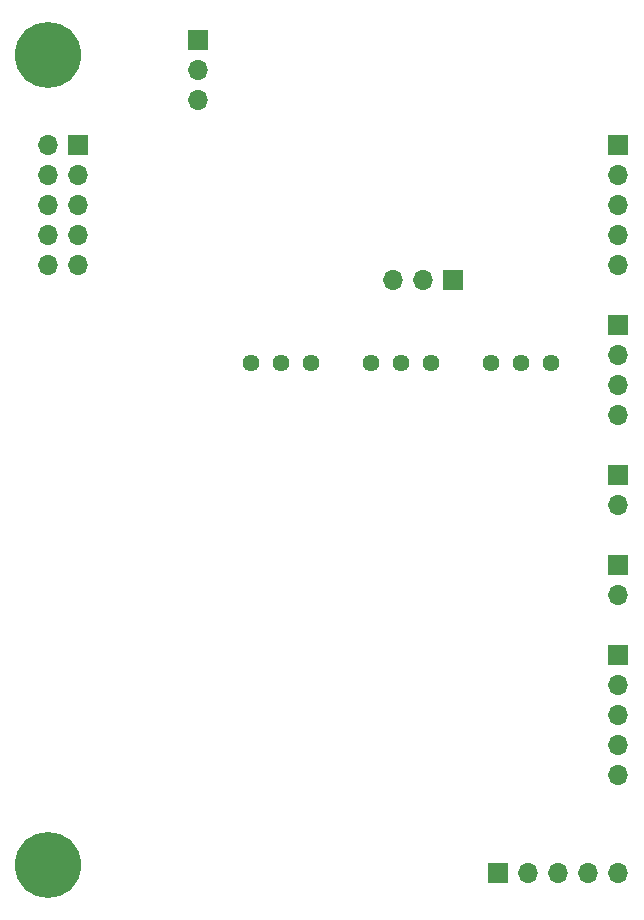
<source format=gbs>
G04 #@! TF.GenerationSoftware,KiCad,Pcbnew,5.1.12-84ad8e8a86~92~ubuntu20.04.1*
G04 #@! TF.CreationDate,2021-12-24T11:38:52-05:00*
G04 #@! TF.ProjectId,SSI2130_VCO,53534932-3133-4305-9f56-434f2e6b6963,0*
G04 #@! TF.SameCoordinates,Original*
G04 #@! TF.FileFunction,Soldermask,Bot*
G04 #@! TF.FilePolarity,Negative*
%FSLAX46Y46*%
G04 Gerber Fmt 4.6, Leading zero omitted, Abs format (unit mm)*
G04 Created by KiCad (PCBNEW 5.1.12-84ad8e8a86~92~ubuntu20.04.1) date 2021-12-24 11:38:52*
%MOMM*%
%LPD*%
G01*
G04 APERTURE LIST*
%ADD10C,1.440000*%
%ADD11O,1.700000X1.700000*%
%ADD12R,1.700000X1.700000*%
%ADD13C,5.600000*%
G04 APERTURE END LIST*
D10*
X47625000Y-56515000D03*
X50165000Y-56515000D03*
X52705000Y-56515000D03*
X57785000Y-56515000D03*
X60325000Y-56515000D03*
X62865000Y-56515000D03*
X67945000Y-56515000D03*
X70485000Y-56515000D03*
X73025000Y-56515000D03*
D11*
X59690000Y-49530000D03*
X62230000Y-49530000D03*
D12*
X64770000Y-49530000D03*
D11*
X43180000Y-34290000D03*
X43180000Y-31750000D03*
D12*
X43180000Y-29210000D03*
D11*
X78740000Y-99695000D03*
X76200000Y-99695000D03*
X73660000Y-99695000D03*
X71120000Y-99695000D03*
D12*
X68580000Y-99695000D03*
D11*
X30480000Y-48260000D03*
X33020000Y-48260000D03*
X30480000Y-45720000D03*
X33020000Y-45720000D03*
X30480000Y-43180000D03*
X33020000Y-43180000D03*
X30480000Y-40640000D03*
X33020000Y-40640000D03*
X30480000Y-38100000D03*
D12*
X33020000Y-38100000D03*
D11*
X78740000Y-91440000D03*
X78740000Y-88900000D03*
X78740000Y-86360000D03*
X78740000Y-83820000D03*
D12*
X78740000Y-81280000D03*
D11*
X78740000Y-76200000D03*
D12*
X78740000Y-73660000D03*
D11*
X78740000Y-68580000D03*
D12*
X78740000Y-66040000D03*
D11*
X78740000Y-60960000D03*
X78740000Y-58420000D03*
X78740000Y-55880000D03*
D12*
X78740000Y-53340000D03*
D11*
X78740000Y-48260000D03*
X78740000Y-45720000D03*
X78740000Y-43180000D03*
X78740000Y-40640000D03*
D12*
X78740000Y-38100000D03*
D13*
X30480000Y-99060000D03*
X30480000Y-30480000D03*
M02*

</source>
